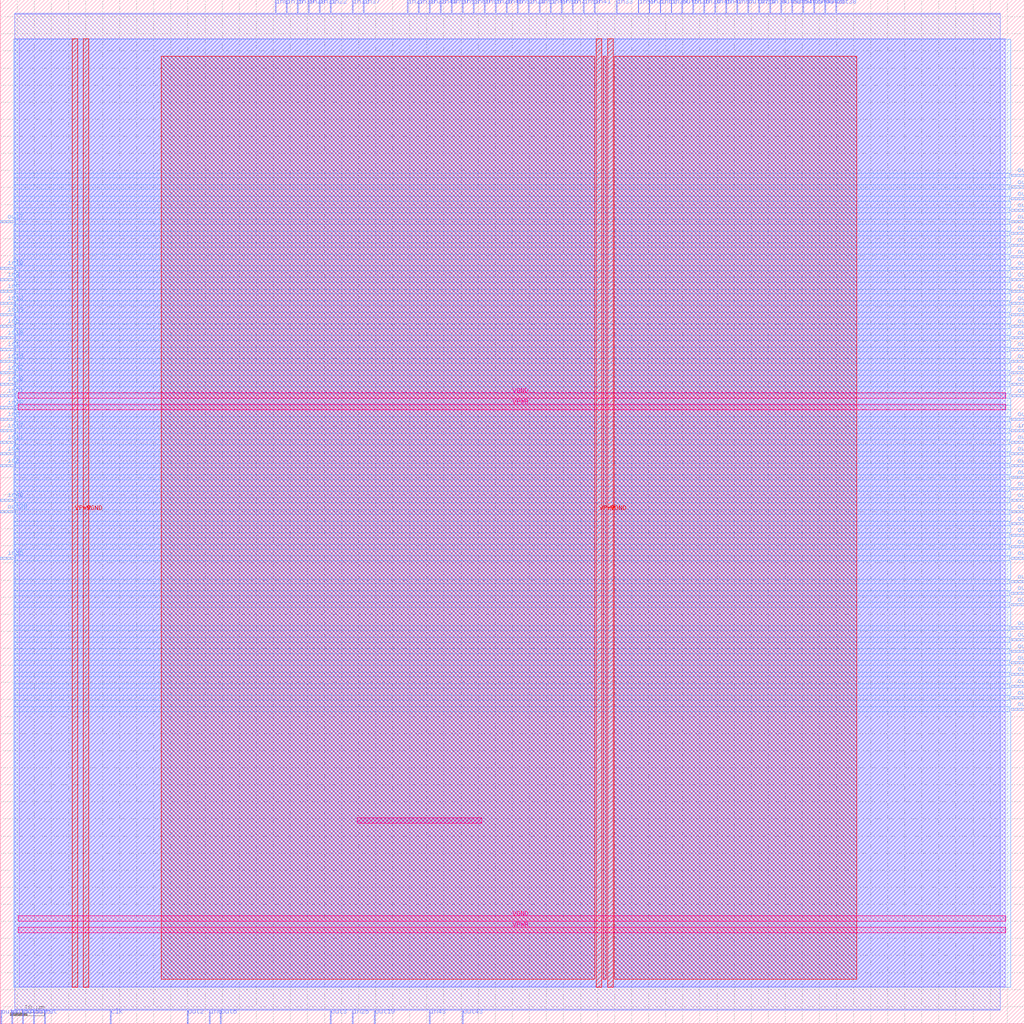
<source format=lef>
VERSION 5.7 ;
  NOWIREEXTENSIONATPIN ON ;
  DIVIDERCHAR "/" ;
  BUSBITCHARS "[]" ;
MACRO netlist_1
  CLASS BLOCK ;
  FOREIGN netlist_1 ;
  ORIGIN 0.000 0.000 ;
  SIZE 300.000 BY 300.000 ;
  PIN VGND
    DIRECTION INOUT ;
    USE GROUND ;
    PORT
      LAYER met4 ;
        RECT 24.340 10.640 25.940 288.560 ;
    END
    PORT
      LAYER met4 ;
        RECT 177.940 10.640 179.540 288.560 ;
    END
    PORT
      LAYER met5 ;
        RECT 5.280 30.030 294.640 31.630 ;
    END
    PORT
      LAYER met5 ;
        RECT 5.280 183.210 294.640 184.810 ;
    END
  END VGND
  PIN VPWR
    DIRECTION INOUT ;
    USE POWER ;
    PORT
      LAYER met4 ;
        RECT 21.040 10.640 22.640 288.560 ;
    END
    PORT
      LAYER met4 ;
        RECT 174.640 10.640 176.240 288.560 ;
    END
    PORT
      LAYER met5 ;
        RECT 5.280 26.730 294.640 28.330 ;
    END
    PORT
      LAYER met5 ;
        RECT 5.280 179.910 294.640 181.510 ;
    END
  END VPWR
  PIN clk
    DIRECTION INPUT ;
    USE SIGNAL ;
    ANTENNAGATEAREA 0.852000 ;
    ANTENNADIFFAREA 0.434700 ;
    PORT
      LAYER met2 ;
        RECT 32.290 0.000 32.570 4.000 ;
    END
  END clk
  PIN in0
    DIRECTION INPUT ;
    USE SIGNAL ;
    ANTENNAGATEAREA 0.196500 ;
    ANTENNADIFFAREA 0.434700 ;
    PORT
      LAYER met3 ;
        RECT 0.000 214.240 4.000 214.840 ;
    END
  END in0
  PIN in1
    DIRECTION INPUT ;
    USE SIGNAL ;
    ANTENNAGATEAREA 0.196500 ;
    ANTENNADIFFAREA 0.434700 ;
    PORT
      LAYER met3 ;
        RECT 0.000 197.240 4.000 197.840 ;
    END
  END in1
  PIN in10
    DIRECTION INPUT ;
    USE SIGNAL ;
    ANTENNAGATEAREA 0.196500 ;
    ANTENNADIFFAREA 0.434700 ;
    PORT
      LAYER met3 ;
        RECT 0.000 221.040 4.000 221.640 ;
    END
  END in10
  PIN in11
    DIRECTION INPUT ;
    USE SIGNAL ;
    ANTENNAGATEAREA 0.213000 ;
    ANTENNADIFFAREA 0.434700 ;
    PORT
      LAYER met3 ;
        RECT 0.000 170.040 4.000 170.640 ;
    END
  END in11
  PIN in12
    DIRECTION INPUT ;
    USE SIGNAL ;
    ANTENNAGATEAREA 0.196500 ;
    ANTENNADIFFAREA 0.434700 ;
    PORT
      LAYER met3 ;
        RECT 0.000 210.840 4.000 211.440 ;
    END
  END in12
  PIN in13
    DIRECTION INPUT ;
    USE SIGNAL ;
    ANTENNAGATEAREA 0.196500 ;
    ANTENNADIFFAREA 0.434700 ;
    PORT
      LAYER met3 ;
        RECT 0.000 207.440 4.000 208.040 ;
    END
  END in13
  PIN in14
    DIRECTION INPUT ;
    USE SIGNAL ;
    ANTENNAGATEAREA 0.213000 ;
    ANTENNADIFFAREA 0.434700 ;
    PORT
      LAYER met2 ;
        RECT 225.490 296.000 225.770 300.000 ;
    END
  END in14
  PIN in15
    DIRECTION INPUT ;
    USE SIGNAL ;
    ANTENNAGATEAREA 0.196500 ;
    ANTENNADIFFAREA 0.434700 ;
    PORT
      LAYER met2 ;
        RECT 83.810 296.000 84.090 300.000 ;
    END
  END in15
  PIN in16
    DIRECTION INPUT ;
    USE SIGNAL ;
    ANTENNAGATEAREA 0.159000 ;
    ANTENNADIFFAREA 0.434700 ;
    PORT
      LAYER met3 ;
        RECT 0.000 193.840 4.000 194.440 ;
    END
  END in16
  PIN in17
    DIRECTION INPUT ;
    USE SIGNAL ;
    ANTENNAGATEAREA 0.213000 ;
    ANTENNADIFFAREA 0.434700 ;
    PORT
      LAYER met3 ;
        RECT 0.000 173.440 4.000 174.040 ;
    END
  END in17
  PIN in18
    DIRECTION INPUT ;
    USE SIGNAL ;
    ANTENNAGATEAREA 0.159000 ;
    ANTENNADIFFAREA 0.434700 ;
    PORT
      LAYER met3 ;
        RECT 0.000 180.240 4.000 180.840 ;
    END
  END in18
  PIN in19
    DIRECTION INPUT ;
    USE SIGNAL ;
    ANTENNAGATEAREA 0.196500 ;
    ANTENNADIFFAREA 0.434700 ;
    PORT
      LAYER met3 ;
        RECT 0.000 200.640 4.000 201.240 ;
    END
  END in19
  PIN in2
    DIRECTION INPUT ;
    USE SIGNAL ;
    ANTENNAGATEAREA 0.213000 ;
    ANTENNADIFFAREA 0.434700 ;
    PORT
      LAYER met3 ;
        RECT 0.000 163.240 4.000 163.840 ;
    END
  END in2
  PIN in20
    DIRECTION INPUT ;
    USE SIGNAL ;
    ANTENNAGATEAREA 0.213000 ;
    ANTENNADIFFAREA 0.434700 ;
    PORT
      LAYER met2 ;
        RECT 190.070 296.000 190.350 300.000 ;
    END
  END in20
  PIN in21
    DIRECTION INPUT ;
    USE SIGNAL ;
    ANTENNAGATEAREA 0.213000 ;
    ANTENNADIFFAREA 0.434700 ;
    PORT
      LAYER met3 ;
        RECT 0.000 183.640 4.000 184.240 ;
    END
  END in21
  PIN in22
    DIRECTION INPUT ;
    USE SIGNAL ;
    ANTENNAGATEAREA 0.196500 ;
    ANTENNADIFFAREA 0.434700 ;
    PORT
      LAYER met2 ;
        RECT 96.690 296.000 96.970 300.000 ;
    END
  END in22
  PIN in23
    DIRECTION INPUT ;
    USE SIGNAL ;
    ANTENNAGATEAREA 0.126000 ;
    ANTENNADIFFAREA 0.434700 ;
    PORT
      LAYER met2 ;
        RECT 125.670 296.000 125.950 300.000 ;
    END
  END in23
  PIN in24
    DIRECTION INPUT ;
    USE SIGNAL ;
    ANTENNAGATEAREA 0.196500 ;
    ANTENNADIFFAREA 0.434700 ;
    PORT
      LAYER met2 ;
        RECT 154.650 296.000 154.930 300.000 ;
    END
  END in24
  PIN in25
    DIRECTION INPUT ;
    USE SIGNAL ;
    ANTENNAGATEAREA 0.159000 ;
    ANTENNADIFFAREA 0.434700 ;
    PORT
      LAYER met2 ;
        RECT 103.130 0.000 103.410 4.000 ;
    END
  END in25
  PIN in26
    DIRECTION INPUT ;
    USE SIGNAL ;
    ANTENNAGATEAREA 0.196500 ;
    ANTENNADIFFAREA 0.434700 ;
    PORT
      LAYER met2 ;
        RECT 144.990 296.000 145.270 300.000 ;
    END
  END in26
  PIN in27
    DIRECTION INPUT ;
    USE SIGNAL ;
    ANTENNAGATEAREA 0.126000 ;
    ANTENNADIFFAREA 0.434700 ;
    PORT
      LAYER met2 ;
        RECT 119.230 296.000 119.510 300.000 ;
    END
  END in27
  PIN in28
    DIRECTION INPUT ;
    USE SIGNAL ;
    ANTENNAGATEAREA 0.213000 ;
    ANTENNADIFFAREA 0.434700 ;
    PORT
      LAYER met2 ;
        RECT 90.250 296.000 90.530 300.000 ;
    END
  END in28
  PIN in29
    DIRECTION INPUT ;
    USE SIGNAL ;
    ANTENNAGATEAREA 0.213000 ;
    ANTENNADIFFAREA 0.434700 ;
    PORT
      LAYER met2 ;
        RECT 196.510 296.000 196.790 300.000 ;
    END
  END in29
  PIN in3
    DIRECTION INPUT ;
    USE SIGNAL ;
    ANTENNAGATEAREA 0.196500 ;
    ANTENNADIFFAREA 0.434700 ;
    PORT
      LAYER met3 ;
        RECT 0.000 217.640 4.000 218.240 ;
    END
  END in3
  PIN in30
    DIRECTION INPUT ;
    USE SIGNAL ;
    ANTENNAGATEAREA 0.196500 ;
    ANTENNADIFFAREA 0.434700 ;
    PORT
      LAYER met3 ;
        RECT 0.000 187.040 4.000 187.640 ;
    END
  END in30
  PIN in31
    DIRECTION INPUT ;
    USE SIGNAL ;
    ANTENNAGATEAREA 0.196500 ;
    ANTENNADIFFAREA 0.434700 ;
    PORT
      LAYER met2 ;
        RECT 93.470 296.000 93.750 300.000 ;
    END
  END in31
  PIN in32
    DIRECTION INPUT ;
    USE SIGNAL ;
    ANTENNAGATEAREA 0.196500 ;
    ANTENNADIFFAREA 0.434700 ;
    PORT
      LAYER met2 ;
        RECT 103.130 296.000 103.410 300.000 ;
    END
  END in32
  PIN in33
    DIRECTION INPUT ;
    USE SIGNAL ;
    ANTENNAGATEAREA 0.126000 ;
    ANTENNADIFFAREA 0.434700 ;
    PORT
      LAYER met2 ;
        RECT 180.410 296.000 180.690 300.000 ;
    END
  END in33
  PIN in34
    DIRECTION INPUT ;
    USE SIGNAL ;
    ANTENNAGATEAREA 0.247500 ;
    ANTENNADIFFAREA 0.434700 ;
    PORT
      LAYER met2 ;
        RECT 206.170 296.000 206.450 300.000 ;
    END
  END in34
  PIN in35
    DIRECTION INPUT ;
    USE SIGNAL ;
    ANTENNAGATEAREA 0.159000 ;
    ANTENNADIFFAREA 0.434700 ;
    PORT
      LAYER met3 ;
        RECT 0.000 136.040 4.000 136.640 ;
    END
  END in35
  PIN in36
    DIRECTION INPUT ;
    USE SIGNAL ;
    ANTENNAGATEAREA 0.126000 ;
    ANTENNADIFFAREA 0.434700 ;
    PORT
      LAYER met2 ;
        RECT 202.950 296.000 203.230 300.000 ;
    END
  END in36
  PIN in37
    DIRECTION INPUT ;
    USE SIGNAL ;
    ANTENNAGATEAREA 0.196500 ;
    ANTENNADIFFAREA 0.434700 ;
    PORT
      LAYER met2 ;
        RECT 106.350 296.000 106.630 300.000 ;
    END
  END in37
  PIN in38
    DIRECTION INPUT ;
    USE SIGNAL ;
    ANTENNAGATEAREA 0.213000 ;
    ANTENNADIFFAREA 0.434700 ;
    PORT
      LAYER met2 ;
        RECT 122.450 296.000 122.730 300.000 ;
    END
  END in38
  PIN in39
    DIRECTION INPUT ;
    USE SIGNAL ;
    ANTENNAGATEAREA 0.196500 ;
    ANTENNADIFFAREA 0.434700 ;
    PORT
      LAYER met2 ;
        RECT 87.030 296.000 87.310 300.000 ;
    END
  END in39
  PIN in4
    DIRECTION INPUT ;
    USE SIGNAL ;
    ANTENNAGATEAREA 0.213000 ;
    ANTENNADIFFAREA 0.434700 ;
    PORT
      LAYER met3 ;
        RECT 0.000 166.640 4.000 167.240 ;
    END
  END in4
  PIN in40
    DIRECTION INPUT ;
    USE SIGNAL ;
    ANTENNAGATEAREA 0.196500 ;
    ANTENNADIFFAREA 0.434700 ;
    PORT
      LAYER met3 ;
        RECT 0.000 153.040 4.000 153.640 ;
    END
  END in40
  PIN in41
    DIRECTION INPUT ;
    USE SIGNAL ;
    ANTENNAGATEAREA 0.196500 ;
    ANTENNADIFFAREA 0.434700 ;
    PORT
      LAYER met2 ;
        RECT 173.970 296.000 174.250 300.000 ;
    END
  END in41
  PIN in42
    DIRECTION INPUT ;
    USE SIGNAL ;
    ANTENNAGATEAREA 0.196500 ;
    ANTENNADIFFAREA 0.434700 ;
    PORT
      LAYER met3 ;
        RECT 0.000 190.440 4.000 191.040 ;
    END
  END in42
  PIN in43
    DIRECTION INPUT ;
    USE SIGNAL ;
    ANTENNAGATEAREA 0.159000 ;
    ANTENNADIFFAREA 0.434700 ;
    PORT
      LAYER met2 ;
        RECT 125.670 0.000 125.950 4.000 ;
    END
  END in43
  PIN in44
    DIRECTION INPUT ;
    USE SIGNAL ;
    ANTENNAGATEAREA 0.196500 ;
    ANTENNADIFFAREA 0.434700 ;
    PORT
      LAYER met2 ;
        RECT 128.890 296.000 129.170 300.000 ;
    END
  END in44
  PIN in45
    DIRECTION INPUT ;
    USE SIGNAL ;
    ANTENNAGATEAREA 0.213000 ;
    ANTENNADIFFAREA 0.434700 ;
    PORT
      LAYER met2 ;
        RECT 209.390 296.000 209.670 300.000 ;
    END
  END in45
  PIN in46
    DIRECTION INPUT ;
    USE SIGNAL ;
    ANTENNAGATEAREA 0.196500 ;
    ANTENNADIFFAREA 0.434700 ;
    PORT
      LAYER met2 ;
        RECT 148.210 296.000 148.490 300.000 ;
    END
  END in46
  PIN in47
    DIRECTION INPUT ;
    USE SIGNAL ;
    ANTENNAGATEAREA 0.159000 ;
    ANTENNADIFFAREA 0.434700 ;
    PORT
      LAYER met2 ;
        RECT 212.610 296.000 212.890 300.000 ;
    END
  END in47
  PIN in48
    DIRECTION INPUT ;
    USE SIGNAL ;
    ANTENNAGATEAREA 0.213000 ;
    ANTENNADIFFAREA 0.434700 ;
    PORT
      LAYER met3 ;
        RECT 296.000 173.440 300.000 174.040 ;
    END
  END in48
  PIN in49
    DIRECTION INPUT ;
    USE SIGNAL ;
    ANTENNAGATEAREA 0.196500 ;
    ANTENNADIFFAREA 0.434700 ;
    PORT
      LAYER met2 ;
        RECT 161.090 296.000 161.370 300.000 ;
    END
  END in49
  PIN in5
    DIRECTION INPUT ;
    USE SIGNAL ;
    ANTENNAGATEAREA 0.196500 ;
    ANTENNADIFFAREA 0.434700 ;
    PORT
      LAYER met3 ;
        RECT 0.000 204.040 4.000 204.640 ;
    END
  END in5
  PIN in50
    DIRECTION INPUT ;
    USE SIGNAL ;
    ANTENNAGATEAREA 0.213000 ;
    ANTENNADIFFAREA 0.434700 ;
    PORT
      LAYER met2 ;
        RECT 132.110 296.000 132.390 300.000 ;
    END
  END in50
  PIN in51
    DIRECTION INPUT ;
    USE SIGNAL ;
    ANTENNAGATEAREA 0.196500 ;
    ANTENNADIFFAREA 0.434700 ;
    PORT
      LAYER met2 ;
        RECT 157.870 296.000 158.150 300.000 ;
    END
  END in51
  PIN in52
    DIRECTION INPUT ;
    USE SIGNAL ;
    ANTENNAGATEAREA 0.196500 ;
    ANTENNADIFFAREA 0.434700 ;
    PORT
      LAYER met2 ;
        RECT 151.430 296.000 151.710 300.000 ;
    END
  END in52
  PIN in53
    DIRECTION INPUT ;
    USE SIGNAL ;
    ANTENNAGATEAREA 0.196500 ;
    ANTENNADIFFAREA 0.434700 ;
    PORT
      LAYER met2 ;
        RECT 135.330 296.000 135.610 300.000 ;
    END
  END in53
  PIN in54
    DIRECTION INPUT ;
    USE SIGNAL ;
    ANTENNAGATEAREA 0.213000 ;
    ANTENNADIFFAREA 0.434700 ;
    PORT
      LAYER met2 ;
        RECT 222.270 296.000 222.550 300.000 ;
    END
  END in54
  PIN in55
    DIRECTION INPUT ;
    USE SIGNAL ;
    ANTENNAGATEAREA 0.196500 ;
    ANTENNADIFFAREA 0.434700 ;
    PORT
      LAYER met2 ;
        RECT 141.770 296.000 142.050 300.000 ;
    END
  END in55
  PIN in56
    DIRECTION INPUT ;
    USE SIGNAL ;
    ANTENNAGATEAREA 0.196500 ;
    ANTENNADIFFAREA 0.434700 ;
    PORT
      LAYER met2 ;
        RECT 164.310 296.000 164.590 300.000 ;
    END
  END in56
  PIN in57
    DIRECTION INPUT ;
    USE SIGNAL ;
    ANTENNAGATEAREA 0.126000 ;
    ANTENNADIFFAREA 0.434700 ;
    PORT
      LAYER met2 ;
        RECT 215.830 296.000 216.110 300.000 ;
    END
  END in57
  PIN in58
    DIRECTION INPUT ;
    USE SIGNAL ;
    ANTENNAGATEAREA 0.196500 ;
    ANTENNADIFFAREA 0.434700 ;
    PORT
      LAYER met2 ;
        RECT 170.750 296.000 171.030 300.000 ;
    END
  END in58
  PIN in59
    DIRECTION INPUT ;
    USE SIGNAL ;
    ANTENNAGATEAREA 0.196500 ;
    ANTENNADIFFAREA 0.434700 ;
    PORT
      LAYER met2 ;
        RECT 186.850 296.000 187.130 300.000 ;
    END
  END in59
  PIN in6
    DIRECTION INPUT ;
    USE SIGNAL ;
    ANTENNAGATEAREA 0.247500 ;
    ANTENNADIFFAREA 0.434700 ;
    PORT
      LAYER met2 ;
        RECT 61.270 0.000 61.550 4.000 ;
    END
  END in6
  PIN in60
    DIRECTION INPUT ;
    USE SIGNAL ;
    ANTENNAGATEAREA 0.196500 ;
    ANTENNADIFFAREA 0.434700 ;
    PORT
      LAYER met2 ;
        RECT 138.550 296.000 138.830 300.000 ;
    END
  END in60
  PIN in61
    DIRECTION INPUT ;
    USE SIGNAL ;
    ANTENNAGATEAREA 0.213000 ;
    ANTENNADIFFAREA 0.434700 ;
    PORT
      LAYER met2 ;
        RECT 193.290 296.000 193.570 300.000 ;
    END
  END in61
  PIN in7
    DIRECTION INPUT ;
    USE SIGNAL ;
    ANTENNAGATEAREA 0.213000 ;
    ANTENNADIFFAREA 0.434700 ;
    PORT
      LAYER met2 ;
        RECT 167.530 296.000 167.810 300.000 ;
    END
  END in7
  PIN in8
    DIRECTION INPUT ;
    USE SIGNAL ;
    ANTENNAGATEAREA 0.159000 ;
    ANTENNADIFFAREA 0.434700 ;
    PORT
      LAYER met2 ;
        RECT 80.590 296.000 80.870 300.000 ;
    END
  END in8
  PIN in9
    DIRECTION INPUT ;
    USE SIGNAL ;
    ANTENNAGATEAREA 0.247500 ;
    ANTENNADIFFAREA 0.434700 ;
    PORT
      LAYER met3 ;
        RECT 0.000 176.840 4.000 177.440 ;
    END
  END in9
  PIN out0
    DIRECTION OUTPUT ;
    USE SIGNAL ;
    PORT
      LAYER met2 ;
        RECT 0.090 0.000 0.370 4.000 ;
    END
  END out0
  PIN out1
    DIRECTION OUTPUT ;
    USE SIGNAL ;
    ANTENNADIFFAREA 0.445500 ;
    PORT
      LAYER met3 ;
        RECT 296.000 238.040 300.000 238.640 ;
    END
  END out1
  PIN out10
    DIRECTION OUTPUT ;
    USE SIGNAL ;
    ANTENNADIFFAREA 0.445500 ;
    PORT
      LAYER met3 ;
        RECT 296.000 102.040 300.000 102.640 ;
    END
  END out10
  PIN out11
    DIRECTION OUTPUT ;
    USE SIGNAL ;
    ANTENNADIFFAREA 0.445500 ;
    PORT
      LAYER met3 ;
        RECT 296.000 183.640 300.000 184.240 ;
    END
  END out11
  PIN out12
    DIRECTION OUTPUT ;
    USE SIGNAL ;
    ANTENNADIFFAREA 0.445500 ;
    PORT
      LAYER met3 ;
        RECT 296.000 139.440 300.000 140.040 ;
    END
  END out12
  PIN out13
    DIRECTION OUTPUT ;
    USE SIGNAL ;
    ANTENNADIFFAREA 0.340600 ;
    PORT
      LAYER met3 ;
        RECT 296.000 98.640 300.000 99.240 ;
    END
  END out13
  PIN out14
    DIRECTION OUTPUT ;
    USE SIGNAL ;
    ANTENNADIFFAREA 0.445500 ;
    PORT
      LAYER met3 ;
        RECT 296.000 227.840 300.000 228.440 ;
    END
  END out14
  PIN out15
    DIRECTION OUTPUT ;
    USE SIGNAL ;
    ANTENNADIFFAREA 0.340600 ;
    PORT
      LAYER met3 ;
        RECT 296.000 129.240 300.000 129.840 ;
    END
  END out15
  PIN out16
    DIRECTION OUTPUT ;
    USE SIGNAL ;
    ANTENNADIFFAREA 0.445500 ;
    PORT
      LAYER met3 ;
        RECT 296.000 125.840 300.000 126.440 ;
    END
  END out16
  PIN out17
    DIRECTION OUTPUT ;
    USE SIGNAL ;
    ANTENNADIFFAREA 0.445500 ;
    PORT
      LAYER met3 ;
        RECT 296.000 112.240 300.000 112.840 ;
    END
  END out17
  PIN out18
    DIRECTION OUTPUT ;
    USE SIGNAL ;
    ANTENNADIFFAREA 0.340600 ;
    PORT
      LAYER met3 ;
        RECT 296.000 122.440 300.000 123.040 ;
    END
  END out18
  PIN out19
    DIRECTION OUTPUT ;
    USE SIGNAL ;
    ANTENNADIFFAREA 0.445500 ;
    PORT
      LAYER met2 ;
        RECT 109.570 0.000 109.850 4.000 ;
    END
  END out19
  PIN out2
    DIRECTION OUTPUT ;
    USE SIGNAL ;
    ANTENNADIFFAREA 0.445500 ;
    PORT
      LAYER met2 ;
        RECT 54.830 0.000 55.110 4.000 ;
    END
  END out2
  PIN out20
    DIRECTION OUTPUT ;
    USE SIGNAL ;
    ANTENNADIFFAREA 0.340600 ;
    PORT
      LAYER met3 ;
        RECT 296.000 91.840 300.000 92.440 ;
    END
  END out20
  PIN out21
    DIRECTION OUTPUT ;
    USE SIGNAL ;
    ANTENNADIFFAREA 0.445500 ;
    PORT
      LAYER met3 ;
        RECT 296.000 105.440 300.000 106.040 ;
    END
  END out21
  PIN out22
    DIRECTION OUTPUT ;
    USE SIGNAL ;
    ANTENNADIFFAREA 0.445500 ;
    PORT
      LAYER met3 ;
        RECT 296.000 176.840 300.000 177.440 ;
    END
  END out22
  PIN out23
    DIRECTION OUTPUT ;
    USE SIGNAL ;
    ANTENNADIFFAREA 0.445500 ;
    PORT
      LAYER met3 ;
        RECT 296.000 142.840 300.000 143.440 ;
    END
  END out23
  PIN out24
    DIRECTION OUTPUT ;
    USE SIGNAL ;
    ANTENNADIFFAREA 0.445500 ;
    PORT
      LAYER met3 ;
        RECT 296.000 95.240 300.000 95.840 ;
    END
  END out24
  PIN out25
    DIRECTION OUTPUT ;
    USE SIGNAL ;
    ANTENNADIFFAREA 0.445500 ;
    PORT
      LAYER met3 ;
        RECT 296.000 231.240 300.000 231.840 ;
    END
  END out25
  PIN out26
    DIRECTION OUTPUT ;
    USE SIGNAL ;
    ANTENNADIFFAREA 0.795200 ;
    PORT
      LAYER met2 ;
        RECT 241.590 296.000 241.870 300.000 ;
    END
  END out26
  PIN out27
    DIRECTION OUTPUT ;
    USE SIGNAL ;
    ANTENNADIFFAREA 0.340600 ;
    PORT
      LAYER met3 ;
        RECT 296.000 146.240 300.000 146.840 ;
    END
  END out27
  PIN out28
    DIRECTION OUTPUT ;
    USE SIGNAL ;
    ANTENNADIFFAREA 0.445500 ;
    PORT
      LAYER met3 ;
        RECT 296.000 170.040 300.000 170.640 ;
    END
  END out28
  PIN out29
    DIRECTION OUTPUT ;
    USE SIGNAL ;
    ANTENNADIFFAREA 0.795200 ;
    PORT
      LAYER met2 ;
        RECT 235.150 296.000 235.430 300.000 ;
    END
  END out29
  PIN out3
    DIRECTION OUTPUT ;
    USE SIGNAL ;
    ANTENNADIFFAREA 0.340600 ;
    PORT
      LAYER met2 ;
        RECT 96.690 0.000 96.970 4.000 ;
    END
  END out3
  PIN out30
    DIRECTION OUTPUT ;
    USE SIGNAL ;
    ANTENNADIFFAREA 0.340600 ;
    PORT
      LAYER met3 ;
        RECT 296.000 234.640 300.000 235.240 ;
    END
  END out30
  PIN out31
    DIRECTION OUTPUT ;
    USE SIGNAL ;
    ANTENNADIFFAREA 0.445500 ;
    PORT
      LAYER met3 ;
        RECT 296.000 156.440 300.000 157.040 ;
    END
  END out31
  PIN out32
    DIRECTION OUTPUT ;
    USE SIGNAL ;
    ANTENNADIFFAREA 0.340600 ;
    PORT
      LAYER met3 ;
        RECT 296.000 200.640 300.000 201.240 ;
    END
  END out32
  PIN out33
    DIRECTION OUTPUT ;
    USE SIGNAL ;
    ANTENNADIFFAREA 0.445500 ;
    PORT
      LAYER met3 ;
        RECT 296.000 163.240 300.000 163.840 ;
    END
  END out33
  PIN out34
    DIRECTION OUTPUT ;
    USE SIGNAL ;
    ANTENNADIFFAREA 0.445500 ;
    PORT
      LAYER met3 ;
        RECT 296.000 210.840 300.000 211.440 ;
    END
  END out34
  PIN out35
    DIRECTION OUTPUT ;
    USE SIGNAL ;
    ANTENNADIFFAREA 0.445500 ;
    PORT
      LAYER met3 ;
        RECT 0.000 149.640 4.000 150.240 ;
    END
  END out35
  PIN out36
    DIRECTION OUTPUT ;
    USE SIGNAL ;
    ANTENNADIFFAREA 0.340600 ;
    PORT
      LAYER met3 ;
        RECT 296.000 214.240 300.000 214.840 ;
    END
  END out36
  PIN out37
    DIRECTION OUTPUT ;
    USE SIGNAL ;
    ANTENNADIFFAREA 0.445500 ;
    PORT
      LAYER met3 ;
        RECT 296.000 149.640 300.000 150.240 ;
    END
  END out37
  PIN out38
    DIRECTION OUTPUT ;
    USE SIGNAL ;
    ANTENNADIFFAREA 0.795200 ;
    PORT
      LAYER met2 ;
        RECT 244.810 296.000 245.090 300.000 ;
    END
  END out38
  PIN out39
    DIRECTION OUTPUT ;
    USE SIGNAL ;
    ANTENNADIFFAREA 0.340600 ;
    PORT
      LAYER met3 ;
        RECT 296.000 136.040 300.000 136.640 ;
    END
  END out39
  PIN out4
    DIRECTION OUTPUT ;
    USE SIGNAL ;
    ANTENNADIFFAREA 0.445500 ;
    PORT
      LAYER met3 ;
        RECT 296.000 224.440 300.000 225.040 ;
    END
  END out4
  PIN out40
    DIRECTION OUTPUT ;
    USE SIGNAL ;
    ANTENNADIFFAREA 0.445500 ;
    PORT
      LAYER met3 ;
        RECT 296.000 153.040 300.000 153.640 ;
    END
  END out40
  PIN out41
    DIRECTION OUTPUT ;
    USE SIGNAL ;
    ANTENNADIFFAREA 0.445500 ;
    PORT
      LAYER met3 ;
        RECT 296.000 166.640 300.000 167.240 ;
    END
  END out41
  PIN out42
    DIRECTION OUTPUT ;
    USE SIGNAL ;
    ANTENNADIFFAREA 0.445500 ;
    PORT
      LAYER met3 ;
        RECT 296.000 159.840 300.000 160.440 ;
    END
  END out42
  PIN out43
    DIRECTION OUTPUT ;
    USE SIGNAL ;
    ANTENNADIFFAREA 0.445500 ;
    PORT
      LAYER met2 ;
        RECT 135.330 0.000 135.610 4.000 ;
    END
  END out43
  PIN out44
    DIRECTION OUTPUT ;
    USE SIGNAL ;
    ANTENNADIFFAREA 0.445500 ;
    PORT
      LAYER met3 ;
        RECT 296.000 187.040 300.000 187.640 ;
    END
  END out44
  PIN out45
    DIRECTION OUTPUT ;
    USE SIGNAL ;
    ANTENNADIFFAREA 0.445500 ;
    PORT
      LAYER met3 ;
        RECT 296.000 204.040 300.000 204.640 ;
    END
  END out45
  PIN out46
    DIRECTION OUTPUT ;
    USE SIGNAL ;
    ANTENNADIFFAREA 0.445500 ;
    PORT
      LAYER met3 ;
        RECT 296.000 221.040 300.000 221.640 ;
    END
  END out46
  PIN out47
    DIRECTION OUTPUT ;
    USE SIGNAL ;
    ANTENNADIFFAREA 0.340600 ;
    PORT
      LAYER met2 ;
        RECT 219.050 296.000 219.330 300.000 ;
    END
  END out47
  PIN out48
    DIRECTION OUTPUT ;
    USE SIGNAL ;
    ANTENNADIFFAREA 0.445500 ;
    PORT
      LAYER met3 ;
        RECT 296.000 193.840 300.000 194.440 ;
    END
  END out48
  PIN out49
    DIRECTION OUTPUT ;
    USE SIGNAL ;
    ANTENNADIFFAREA 0.795200 ;
    PORT
      LAYER met2 ;
        RECT 238.370 296.000 238.650 300.000 ;
    END
  END out49
  PIN out5
    DIRECTION OUTPUT ;
    USE SIGNAL ;
    ANTENNADIFFAREA 0.340600 ;
    PORT
      LAYER met3 ;
        RECT 296.000 207.440 300.000 208.040 ;
    END
  END out5
  PIN out50
    DIRECTION OUTPUT ;
    USE SIGNAL ;
    ANTENNADIFFAREA 0.445500 ;
    PORT
      LAYER met3 ;
        RECT 296.000 244.840 300.000 245.440 ;
    END
  END out50
  PIN out51
    DIRECTION OUTPUT ;
    USE SIGNAL ;
    ANTENNADIFFAREA 0.795200 ;
    PORT
      LAYER met2 ;
        RECT 199.730 296.000 200.010 300.000 ;
    END
  END out51
  PIN out52
    DIRECTION OUTPUT ;
    USE SIGNAL ;
    ANTENNADIFFAREA 0.445500 ;
    PORT
      LAYER met3 ;
        RECT 296.000 241.440 300.000 242.040 ;
    END
  END out52
  PIN out53
    DIRECTION OUTPUT ;
    USE SIGNAL ;
    PORT
      LAYER met2 ;
        RECT 3.310 0.000 3.590 4.000 ;
    END
  END out53
  PIN out54
    DIRECTION OUTPUT ;
    USE SIGNAL ;
    ANTENNADIFFAREA 0.795200 ;
    PORT
      LAYER met2 ;
        RECT 231.930 296.000 232.210 300.000 ;
    END
  END out54
  PIN out55
    DIRECTION OUTPUT ;
    USE SIGNAL ;
    PORT
      LAYER met2 ;
        RECT 6.530 0.000 6.810 4.000 ;
    END
  END out55
  PIN out56
    DIRECTION OUTPUT ;
    USE SIGNAL ;
    ANTENNADIFFAREA 0.445500 ;
    PORT
      LAYER met3 ;
        RECT 296.000 197.240 300.000 197.840 ;
    END
  END out56
  PIN out57
    DIRECTION OUTPUT ;
    USE SIGNAL ;
    PORT
      LAYER met2 ;
        RECT 9.750 0.000 10.030 4.000 ;
    END
  END out57
  PIN out58
    DIRECTION OUTPUT ;
    USE SIGNAL ;
    ANTENNADIFFAREA 0.795200 ;
    PORT
      LAYER met2 ;
        RECT 228.710 296.000 228.990 300.000 ;
    END
  END out58
  PIN out59
    DIRECTION OUTPUT ;
    USE SIGNAL ;
    ANTENNADIFFAREA 0.340600 ;
    PORT
      LAYER met3 ;
        RECT 296.000 217.640 300.000 218.240 ;
    END
  END out59
  PIN out6
    DIRECTION OUTPUT ;
    USE SIGNAL ;
    ANTENNADIFFAREA 0.445500 ;
    PORT
      LAYER met2 ;
        RECT 64.490 0.000 64.770 4.000 ;
    END
  END out6
  PIN out60
    DIRECTION OUTPUT ;
    USE SIGNAL ;
    ANTENNADIFFAREA 0.445500 ;
    PORT
      LAYER met3 ;
        RECT 296.000 190.440 300.000 191.040 ;
    END
  END out60
  PIN out61
    DIRECTION OUTPUT ;
    USE SIGNAL ;
    ANTENNADIFFAREA 0.445500 ;
    PORT
      LAYER met3 ;
        RECT 296.000 248.240 300.000 248.840 ;
    END
  END out61
  PIN out7
    DIRECTION OUTPUT ;
    USE SIGNAL ;
    ANTENNADIFFAREA 0.445500 ;
    PORT
      LAYER met3 ;
        RECT 0.000 234.640 4.000 235.240 ;
    END
  END out7
  PIN out8
    DIRECTION OUTPUT ;
    USE SIGNAL ;
    ANTENNADIFFAREA 0.445500 ;
    PORT
      LAYER met3 ;
        RECT 296.000 108.840 300.000 109.440 ;
    END
  END out8
  PIN out9
    DIRECTION OUTPUT ;
    USE SIGNAL ;
    ANTENNADIFFAREA 0.445500 ;
    PORT
      LAYER met3 ;
        RECT 296.000 115.640 300.000 116.240 ;
    END
  END out9
  PIN rst
    DIRECTION INPUT ;
    USE SIGNAL ;
    PORT
      LAYER met2 ;
        RECT 12.970 0.000 13.250 4.000 ;
    END
  END rst
  OBS
      LAYER li1 ;
        RECT 5.520 10.795 294.400 288.405 ;
      LAYER met1 ;
        RECT 4.210 10.640 294.400 288.560 ;
      LAYER met2 ;
        RECT 4.230 295.720 80.310 296.000 ;
        RECT 81.150 295.720 83.530 296.000 ;
        RECT 84.370 295.720 86.750 296.000 ;
        RECT 87.590 295.720 89.970 296.000 ;
        RECT 90.810 295.720 93.190 296.000 ;
        RECT 94.030 295.720 96.410 296.000 ;
        RECT 97.250 295.720 102.850 296.000 ;
        RECT 103.690 295.720 106.070 296.000 ;
        RECT 106.910 295.720 118.950 296.000 ;
        RECT 119.790 295.720 122.170 296.000 ;
        RECT 123.010 295.720 125.390 296.000 ;
        RECT 126.230 295.720 128.610 296.000 ;
        RECT 129.450 295.720 131.830 296.000 ;
        RECT 132.670 295.720 135.050 296.000 ;
        RECT 135.890 295.720 138.270 296.000 ;
        RECT 139.110 295.720 141.490 296.000 ;
        RECT 142.330 295.720 144.710 296.000 ;
        RECT 145.550 295.720 147.930 296.000 ;
        RECT 148.770 295.720 151.150 296.000 ;
        RECT 151.990 295.720 154.370 296.000 ;
        RECT 155.210 295.720 157.590 296.000 ;
        RECT 158.430 295.720 160.810 296.000 ;
        RECT 161.650 295.720 164.030 296.000 ;
        RECT 164.870 295.720 167.250 296.000 ;
        RECT 168.090 295.720 170.470 296.000 ;
        RECT 171.310 295.720 173.690 296.000 ;
        RECT 174.530 295.720 180.130 296.000 ;
        RECT 180.970 295.720 186.570 296.000 ;
        RECT 187.410 295.720 189.790 296.000 ;
        RECT 190.630 295.720 193.010 296.000 ;
        RECT 193.850 295.720 196.230 296.000 ;
        RECT 197.070 295.720 199.450 296.000 ;
        RECT 200.290 295.720 202.670 296.000 ;
        RECT 203.510 295.720 205.890 296.000 ;
        RECT 206.730 295.720 209.110 296.000 ;
        RECT 209.950 295.720 212.330 296.000 ;
        RECT 213.170 295.720 215.550 296.000 ;
        RECT 216.390 295.720 218.770 296.000 ;
        RECT 219.610 295.720 221.990 296.000 ;
        RECT 222.830 295.720 225.210 296.000 ;
        RECT 226.050 295.720 228.430 296.000 ;
        RECT 229.270 295.720 231.650 296.000 ;
        RECT 232.490 295.720 234.870 296.000 ;
        RECT 235.710 295.720 238.090 296.000 ;
        RECT 238.930 295.720 241.310 296.000 ;
        RECT 242.150 295.720 244.530 296.000 ;
        RECT 245.370 295.720 292.930 296.000 ;
        RECT 4.230 4.280 292.930 295.720 ;
        RECT 4.230 4.000 6.250 4.280 ;
        RECT 7.090 4.000 9.470 4.280 ;
        RECT 10.310 4.000 12.690 4.280 ;
        RECT 13.530 4.000 32.010 4.280 ;
        RECT 32.850 4.000 54.550 4.280 ;
        RECT 55.390 4.000 60.990 4.280 ;
        RECT 61.830 4.000 64.210 4.280 ;
        RECT 65.050 4.000 96.410 4.280 ;
        RECT 97.250 4.000 102.850 4.280 ;
        RECT 103.690 4.000 109.290 4.280 ;
        RECT 110.130 4.000 125.390 4.280 ;
        RECT 126.230 4.000 135.050 4.280 ;
        RECT 135.890 4.000 292.930 4.280 ;
      LAYER met3 ;
        RECT 3.990 249.240 296.000 288.485 ;
        RECT 3.990 247.840 295.600 249.240 ;
        RECT 3.990 245.840 296.000 247.840 ;
        RECT 3.990 244.440 295.600 245.840 ;
        RECT 3.990 242.440 296.000 244.440 ;
        RECT 3.990 241.040 295.600 242.440 ;
        RECT 3.990 239.040 296.000 241.040 ;
        RECT 3.990 237.640 295.600 239.040 ;
        RECT 3.990 235.640 296.000 237.640 ;
        RECT 4.400 234.240 295.600 235.640 ;
        RECT 3.990 232.240 296.000 234.240 ;
        RECT 3.990 230.840 295.600 232.240 ;
        RECT 3.990 228.840 296.000 230.840 ;
        RECT 3.990 227.440 295.600 228.840 ;
        RECT 3.990 225.440 296.000 227.440 ;
        RECT 3.990 224.040 295.600 225.440 ;
        RECT 3.990 222.040 296.000 224.040 ;
        RECT 4.400 220.640 295.600 222.040 ;
        RECT 3.990 218.640 296.000 220.640 ;
        RECT 4.400 217.240 295.600 218.640 ;
        RECT 3.990 215.240 296.000 217.240 ;
        RECT 4.400 213.840 295.600 215.240 ;
        RECT 3.990 211.840 296.000 213.840 ;
        RECT 4.400 210.440 295.600 211.840 ;
        RECT 3.990 208.440 296.000 210.440 ;
        RECT 4.400 207.040 295.600 208.440 ;
        RECT 3.990 205.040 296.000 207.040 ;
        RECT 4.400 203.640 295.600 205.040 ;
        RECT 3.990 201.640 296.000 203.640 ;
        RECT 4.400 200.240 295.600 201.640 ;
        RECT 3.990 198.240 296.000 200.240 ;
        RECT 4.400 196.840 295.600 198.240 ;
        RECT 3.990 194.840 296.000 196.840 ;
        RECT 4.400 193.440 295.600 194.840 ;
        RECT 3.990 191.440 296.000 193.440 ;
        RECT 4.400 190.040 295.600 191.440 ;
        RECT 3.990 188.040 296.000 190.040 ;
        RECT 4.400 186.640 295.600 188.040 ;
        RECT 3.990 184.640 296.000 186.640 ;
        RECT 4.400 183.240 295.600 184.640 ;
        RECT 3.990 181.240 296.000 183.240 ;
        RECT 4.400 179.840 296.000 181.240 ;
        RECT 3.990 177.840 296.000 179.840 ;
        RECT 4.400 176.440 295.600 177.840 ;
        RECT 3.990 174.440 296.000 176.440 ;
        RECT 4.400 173.040 295.600 174.440 ;
        RECT 3.990 171.040 296.000 173.040 ;
        RECT 4.400 169.640 295.600 171.040 ;
        RECT 3.990 167.640 296.000 169.640 ;
        RECT 4.400 166.240 295.600 167.640 ;
        RECT 3.990 164.240 296.000 166.240 ;
        RECT 4.400 162.840 295.600 164.240 ;
        RECT 3.990 160.840 296.000 162.840 ;
        RECT 3.990 159.440 295.600 160.840 ;
        RECT 3.990 157.440 296.000 159.440 ;
        RECT 3.990 156.040 295.600 157.440 ;
        RECT 3.990 154.040 296.000 156.040 ;
        RECT 4.400 152.640 295.600 154.040 ;
        RECT 3.990 150.640 296.000 152.640 ;
        RECT 4.400 149.240 295.600 150.640 ;
        RECT 3.990 147.240 296.000 149.240 ;
        RECT 3.990 145.840 295.600 147.240 ;
        RECT 3.990 143.840 296.000 145.840 ;
        RECT 3.990 142.440 295.600 143.840 ;
        RECT 3.990 140.440 296.000 142.440 ;
        RECT 3.990 139.040 295.600 140.440 ;
        RECT 3.990 137.040 296.000 139.040 ;
        RECT 4.400 135.640 295.600 137.040 ;
        RECT 3.990 130.240 296.000 135.640 ;
        RECT 3.990 128.840 295.600 130.240 ;
        RECT 3.990 126.840 296.000 128.840 ;
        RECT 3.990 125.440 295.600 126.840 ;
        RECT 3.990 123.440 296.000 125.440 ;
        RECT 3.990 122.040 295.600 123.440 ;
        RECT 3.990 116.640 296.000 122.040 ;
        RECT 3.990 115.240 295.600 116.640 ;
        RECT 3.990 113.240 296.000 115.240 ;
        RECT 3.990 111.840 295.600 113.240 ;
        RECT 3.990 109.840 296.000 111.840 ;
        RECT 3.990 108.440 295.600 109.840 ;
        RECT 3.990 106.440 296.000 108.440 ;
        RECT 3.990 105.040 295.600 106.440 ;
        RECT 3.990 103.040 296.000 105.040 ;
        RECT 3.990 101.640 295.600 103.040 ;
        RECT 3.990 99.640 296.000 101.640 ;
        RECT 3.990 98.240 295.600 99.640 ;
        RECT 3.990 96.240 296.000 98.240 ;
        RECT 3.990 94.840 295.600 96.240 ;
        RECT 3.990 92.840 296.000 94.840 ;
        RECT 3.990 91.440 295.600 92.840 ;
        RECT 3.990 10.715 296.000 91.440 ;
      LAYER met4 ;
        RECT 47.215 13.095 174.240 283.385 ;
        RECT 176.640 13.095 177.540 283.385 ;
        RECT 179.940 13.095 250.865 283.385 ;
      LAYER met5 ;
        RECT 104.540 58.700 141.100 60.300 ;
  END
END netlist_1
END LIBRARY


</source>
